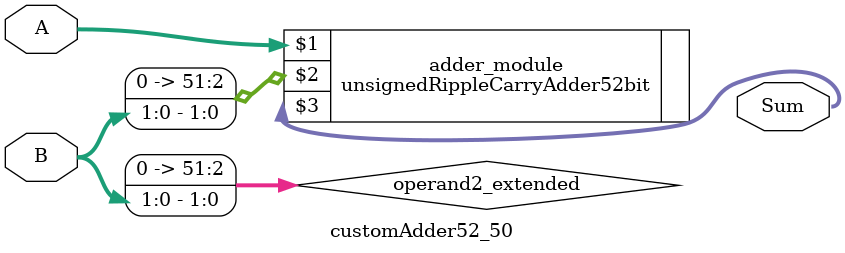
<source format=v>
module customAdder52_50(
                        input [51 : 0] A,
                        input [1 : 0] B,
                        
                        output [52 : 0] Sum
                );

        wire [51 : 0] operand2_extended;
        
        assign operand2_extended =  {50'b0, B};
        
        unsignedRippleCarryAdder52bit adder_module(
            A,
            operand2_extended,
            Sum
        );
        
        endmodule
        
</source>
